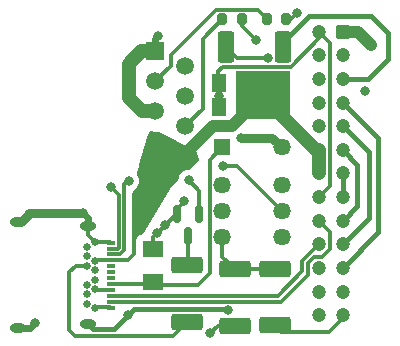
<source format=gbr>
%TF.GenerationSoftware,KiCad,Pcbnew,(6.0.5-0)*%
%TF.CreationDate,2022-06-15T06:28:06+02:00*%
%TF.ProjectId,Relay,52656c61-792e-46b6-9963-61645f706362,rev?*%
%TF.SameCoordinates,Original*%
%TF.FileFunction,Copper,L1,Top*%
%TF.FilePolarity,Positive*%
%FSLAX46Y46*%
G04 Gerber Fmt 4.6, Leading zero omitted, Abs format (unit mm)*
G04 Created by KiCad (PCBNEW (6.0.5-0)) date 2022-06-15 06:28:06*
%MOMM*%
%LPD*%
G01*
G04 APERTURE LIST*
G04 Aperture macros list*
%AMRoundRect*
0 Rectangle with rounded corners*
0 $1 Rounding radius*
0 $2 $3 $4 $5 $6 $7 $8 $9 X,Y pos of 4 corners*
0 Add a 4 corners polygon primitive as box body*
4,1,4,$2,$3,$4,$5,$6,$7,$8,$9,$2,$3,0*
0 Add four circle primitives for the rounded corners*
1,1,$1+$1,$2,$3*
1,1,$1+$1,$4,$5*
1,1,$1+$1,$6,$7*
1,1,$1+$1,$8,$9*
0 Add four rect primitives between the rounded corners*
20,1,$1+$1,$2,$3,$4,$5,0*
20,1,$1+$1,$4,$5,$6,$7,0*
20,1,$1+$1,$6,$7,$8,$9,0*
20,1,$1+$1,$8,$9,$2,$3,0*%
G04 Aperture macros list end*
%TA.AperFunction,SMDPad,CuDef*%
%ADD10R,1.800000X1.340000*%
%TD*%
%TA.AperFunction,SMDPad,CuDef*%
%ADD11RoundRect,0.249999X-1.075001X0.450001X-1.075001X-0.450001X1.075001X-0.450001X1.075001X0.450001X0*%
%TD*%
%TA.AperFunction,SMDPad,CuDef*%
%ADD12RoundRect,0.200000X0.200000X0.275000X-0.200000X0.275000X-0.200000X-0.275000X0.200000X-0.275000X0*%
%TD*%
%TA.AperFunction,ComponentPad*%
%ADD13R,1.500000X1.500000*%
%TD*%
%TA.AperFunction,ComponentPad*%
%ADD14C,1.500000*%
%TD*%
%TA.AperFunction,SMDPad,CuDef*%
%ADD15RoundRect,0.150000X-0.150000X0.587500X-0.150000X-0.587500X0.150000X-0.587500X0.150000X0.587500X0*%
%TD*%
%TA.AperFunction,SMDPad,CuDef*%
%ADD16R,1.200000X1.500000*%
%TD*%
%TA.AperFunction,SMDPad,CuDef*%
%ADD17R,4.650000X4.150000*%
%TD*%
%TA.AperFunction,ComponentPad*%
%ADD18RoundRect,0.250000X-0.350000X0.350000X-0.350000X-0.350000X0.350000X-0.350000X0.350000X0.350000X0*%
%TD*%
%TA.AperFunction,ComponentPad*%
%ADD19C,1.200000*%
%TD*%
%TA.AperFunction,SMDPad,CuDef*%
%ADD20R,0.700000X0.300000*%
%TD*%
%TA.AperFunction,ComponentPad*%
%ADD21C,0.650000*%
%TD*%
%TA.AperFunction,ComponentPad*%
%ADD22O,1.400000X0.800000*%
%TD*%
%TA.AperFunction,ComponentPad*%
%ADD23R,1.458000X1.458000*%
%TD*%
%TA.AperFunction,ComponentPad*%
%ADD24C,1.458000*%
%TD*%
%TA.AperFunction,SMDPad,CuDef*%
%ADD25RoundRect,0.249999X0.450001X1.075001X-0.450001X1.075001X-0.450001X-1.075001X0.450001X-1.075001X0*%
%TD*%
%TA.AperFunction,ViaPad*%
%ADD26C,0.800000*%
%TD*%
%TA.AperFunction,ViaPad*%
%ADD27C,1.000000*%
%TD*%
%TA.AperFunction,Conductor*%
%ADD28C,0.300000*%
%TD*%
%TA.AperFunction,Conductor*%
%ADD29C,0.800000*%
%TD*%
%TA.AperFunction,Conductor*%
%ADD30C,1.200000*%
%TD*%
%TA.AperFunction,Conductor*%
%ADD31C,1.000000*%
%TD*%
%TA.AperFunction,Conductor*%
%ADD32C,0.250000*%
%TD*%
%TA.AperFunction,Conductor*%
%ADD33C,0.600000*%
%TD*%
%TA.AperFunction,Conductor*%
%ADD34C,0.400000*%
%TD*%
G04 APERTURE END LIST*
D10*
%TO.P,D1,A*%
%TO.N,GND*%
X160075000Y-72945000D03*
%TO.P,D1,C*%
%TO.N,SBU1*%
X160075000Y-75805000D03*
%TD*%
D11*
%TO.P,R8,1*%
%TO.N,Relay_4*%
X170410000Y-74650000D03*
%TO.P,R8,2*%
%TO.N,Net-(J1-Pad25)*%
X170410000Y-79450000D03*
%TD*%
%TO.P,R7,1*%
%TO.N,Relay_4*%
X167020000Y-74680000D03*
%TO.P,R7,2*%
%TO.N,CAN2_L*%
X167020000Y-79480000D03*
%TD*%
D12*
%TO.P,R6,1*%
%TO.N,CAN0_H*%
X167625000Y-53550000D03*
%TO.P,R6,2*%
%TO.N,Net-(J3-Pad6)*%
X165975000Y-53550000D03*
%TD*%
D13*
%TO.P,J3,1*%
%TO.N,GND*%
X160300000Y-56257500D03*
D14*
%TO.P,J3,2*%
%TO.N,CAN3_L*%
X162840000Y-57527500D03*
%TO.P,J3,3*%
%TO.N,Net-(J3-Pad3)*%
X160300000Y-58797500D03*
%TO.P,J3,4*%
%TO.N,CAN3_H*%
X162840000Y-60067500D03*
%TO.P,J3,5*%
%TO.N,GND*%
X160300000Y-61337500D03*
%TO.P,J3,6*%
%TO.N,Net-(J3-Pad6)*%
X162840000Y-62607500D03*
%TO.P,J3,7*%
%TO.N,+12V*%
X160300000Y-63877500D03*
%TO.P,J3,8*%
X162840000Y-65147500D03*
%TD*%
D15*
%TO.P,Q1,1,B*%
%TO.N,IGN*%
X164025000Y-70012500D03*
%TO.P,Q1,2,E*%
%TO.N,GND*%
X162125000Y-70012500D03*
%TO.P,Q1,3,C*%
%TO.N,Net-(R4-Pad1)*%
X163075000Y-71887500D03*
%TD*%
D12*
%TO.P,R5,1*%
%TO.N,CAN0_L*%
X171375000Y-53475000D03*
%TO.P,R5,2*%
%TO.N,Net-(J3-Pad3)*%
X169725000Y-53475000D03*
%TD*%
D16*
%TO.P,CR1,1*%
%TO.N,IGN*%
X165660000Y-60925000D03*
%TO.P,CR1,2*%
X165660000Y-58955000D03*
D17*
%TO.P,CR1,3*%
%TO.N,+12V*%
X169410000Y-59940000D03*
%TD*%
D18*
%TO.P,J1,1,Pin_1*%
%TO.N,GND*%
X176150000Y-54592500D03*
D19*
%TO.P,J1,2,Pin_2*%
%TO.N,IGN*%
X174150000Y-54592500D03*
%TO.P,J1,3,Pin_3*%
%TO.N,CAN0_H*%
X176150000Y-56592500D03*
%TO.P,J1,4,Pin_4*%
X174150000Y-56592500D03*
%TO.P,J1,5,Pin_5*%
%TO.N,Net-(J1-Pad5)*%
X176150000Y-58592500D03*
%TO.P,J1,6,Pin_6*%
%TO.N,CAN0_L*%
X174150000Y-58592500D03*
%TO.P,J1,7,Pin_7*%
%TO.N,Net-(J1-Pad21)*%
X176150000Y-60592500D03*
%TO.P,J1,8,Pin_8*%
%TO.N,CAN1_H*%
X174150000Y-60592500D03*
%TO.P,J1,9,Pin_9*%
%TO.N,Net-(J1-Pad19)*%
X176150000Y-62592500D03*
%TO.P,J1,10,Pin_10*%
%TO.N,CAN1_L*%
X174150000Y-62592500D03*
%TO.P,J1,11,Pin_11*%
%TO.N,Net-(J1-Pad11)*%
X176150000Y-64592500D03*
%TO.P,J1,12,Pin_12*%
%TO.N,+12V*%
X174150000Y-64592500D03*
%TO.P,J1,13,Pin_13*%
%TO.N,Net-(J1-Pad13)*%
X176150000Y-66592500D03*
%TO.P,J1,14,Pin_14*%
%TO.N,+12V*%
X174150000Y-66592500D03*
%TO.P,J1,15,Pin_15*%
%TO.N,Net-(J1-Pad13)*%
X176150000Y-68592500D03*
%TO.P,J1,16,Pin_16*%
%TO.N,IGN*%
X174150000Y-68592500D03*
%TO.P,J1,17,Pin_17*%
%TO.N,Net-(J1-Pad11)*%
X176150000Y-70592500D03*
%TO.P,J1,18,Pin_18*%
%TO.N,CAN1_H*%
X174150000Y-70592500D03*
%TO.P,J1,19,Pin_19*%
%TO.N,Net-(J1-Pad19)*%
X176150000Y-72592500D03*
%TO.P,J1,20,Pin_20*%
%TO.N,CAN1_L*%
X174150000Y-72592500D03*
%TO.P,J1,21,Pin_21*%
%TO.N,Net-(J1-Pad21)*%
X176150000Y-74592500D03*
%TO.P,J1,22,Pin_22*%
%TO.N,CAN2_H*%
X174150000Y-74592500D03*
%TO.P,J1,23,Pin_23*%
%TO.N,CAN2_L*%
X176150000Y-76592500D03*
%TO.P,J1,24,Pin_24*%
X174150000Y-76592500D03*
%TO.P,J1,25,Pin_25*%
%TO.N,Net-(J1-Pad25)*%
X176150000Y-78592500D03*
%TO.P,J1,26,Pin_26*%
%TO.N,GND*%
X174150000Y-78592500D03*
%TD*%
D11*
%TO.P,R4,1*%
%TO.N,Net-(R4-Pad1)*%
X163000000Y-74325000D03*
%TO.P,R4,2*%
%TO.N,SBU2*%
X163000000Y-79125000D03*
%TD*%
D20*
%TO.P,J2,A1,GND*%
%TO.N,GND*%
X156510000Y-72450000D03*
%TO.P,J2,A2,TX1+*%
%TO.N,CAN0_H*%
X156510000Y-72950000D03*
%TO.P,J2,A3,TX1-*%
%TO.N,CAN0_L*%
X156510000Y-73450000D03*
%TO.P,J2,A4,VBUS*%
%TO.N,+12V*%
X156510000Y-73950000D03*
%TO.P,J2,A5,CC1*%
%TO.N,unconnected-(J2-PadA5)*%
X156510000Y-74450000D03*
%TO.P,J2,A6,D+*%
%TO.N,unconnected-(J2-PadA6)*%
X156510000Y-74950000D03*
%TO.P,J2,A7,D-*%
%TO.N,unconnected-(J2-PadA7)*%
X156510000Y-75450000D03*
%TO.P,J2,A8,SBU1*%
%TO.N,SBU1*%
X156510000Y-75950000D03*
%TO.P,J2,A9,VBUS*%
%TO.N,+12V*%
X156510000Y-76450000D03*
%TO.P,J2,A10,RX2-*%
%TO.N,CAN1_L*%
X156510000Y-76950000D03*
%TO.P,J2,A11,RX2+*%
%TO.N,CAN1_H*%
X156510000Y-77450000D03*
%TO.P,J2,A12,GND*%
%TO.N,GND*%
X156510000Y-77950000D03*
D21*
%TO.P,J2,B1,GND*%
X155200000Y-78000000D03*
%TO.P,J2,B2,TX2+*%
%TO.N,CAN2_H*%
X154500000Y-77600000D03*
%TO.P,J2,B3,TX2-*%
%TO.N,CAN2_L*%
X154500000Y-76800000D03*
%TO.P,J2,B4,VBUS*%
%TO.N,+12V*%
X155200000Y-76400000D03*
%TO.P,J2,B5,CC2*%
%TO.N,unconnected-(J2-PadB5)*%
X154500000Y-76000000D03*
%TO.P,J2,B6,D+*%
%TO.N,unconnected-(J2-PadB6)*%
X155200000Y-75600000D03*
%TO.P,J2,B7,D-*%
%TO.N,unconnected-(J2-PadB7)*%
X155200000Y-74800000D03*
%TO.P,J2,B8,SBU2*%
%TO.N,SBU2*%
X154500000Y-74400000D03*
%TO.P,J2,B9,VBUS*%
%TO.N,+12V*%
X155200000Y-74000000D03*
%TO.P,J2,B10,RX1-*%
%TO.N,CAN3_L*%
X154500000Y-73600000D03*
%TO.P,J2,B11,RX1+*%
%TO.N,CAN3_H*%
X154500000Y-72800000D03*
%TO.P,J2,B12,GND*%
%TO.N,GND*%
X155200000Y-72400000D03*
D22*
%TO.P,J2,S1,SHIELD*%
X148650000Y-70710000D03*
X148650000Y-79690000D03*
X154600000Y-71070000D03*
X154600000Y-79330000D03*
%TD*%
D23*
%TO.P,K1,1*%
%TO.N,SBU1*%
X165974500Y-64390000D03*
D24*
%TO.P,K1,2*%
%TO.N,CAN0_H*%
X165974500Y-67590000D03*
%TO.P,K1,3*%
%TO.N,CAN2_H*%
X165974500Y-69790000D03*
%TO.P,K1,4*%
%TO.N,Relay_4*%
X165974500Y-71990000D03*
%TO.P,K1,5*%
%TO.N,Relay_5*%
X171054500Y-71990000D03*
%TO.P,K1,6*%
%TO.N,CAN0_L*%
X171054500Y-69790000D03*
%TO.P,K1,7*%
%TO.N,CAN2_L*%
X171054500Y-67590000D03*
%TO.P,K1,8*%
%TO.N,GND*%
X171054500Y-64390000D03*
%TD*%
D25*
%TO.P,R1,1*%
%TO.N,Net-(J1-Pad5)*%
X171075000Y-55875000D03*
%TO.P,R1,2*%
%TO.N,Relay_5*%
X166275000Y-55875000D03*
%TD*%
D26*
%TO.N,GND*%
X150075000Y-79275000D03*
X161143750Y-70993750D03*
X160425000Y-71600000D03*
X178025000Y-59575000D03*
X160550000Y-54975000D03*
X154200000Y-69950000D03*
X157975000Y-78575000D03*
X149575000Y-70025000D03*
X167550000Y-63550000D03*
X166425000Y-78175000D03*
X162725000Y-68925000D03*
D27*
X178525000Y-55675000D03*
D26*
%TO.N,IGN*%
X165660000Y-60040000D03*
X163150000Y-67175000D03*
%TO.N,CAN0_H*%
X168800000Y-55275000D03*
X156525000Y-67775000D03*
%TO.N,CAN0_L*%
X166000000Y-65975000D03*
X158025000Y-67225000D03*
X172275000Y-53000000D03*
%TO.N,CAN2_L*%
X164950000Y-80100000D03*
%TO.N,Relay_5*%
X169800500Y-56815989D03*
%TD*%
D28*
%TO.N,SBU1*%
X156510000Y-75950000D02*
X159930000Y-75950000D01*
X165974500Y-64390000D02*
X164920989Y-65443511D01*
X163870000Y-76030000D02*
X160300000Y-76030000D01*
X164920989Y-74979011D02*
X163870000Y-76030000D01*
X164920989Y-65443511D02*
X164920989Y-74979011D01*
X159930000Y-75950000D02*
X160075000Y-75805000D01*
X160300000Y-76030000D02*
X160075000Y-75805000D01*
D29*
%TO.N,GND*%
X149650000Y-69950000D02*
X154200000Y-69950000D01*
X171054500Y-64390000D02*
X170214500Y-63550000D01*
D30*
X158025000Y-60200000D02*
X159162500Y-61337500D01*
D31*
X177442500Y-54592500D02*
X176150000Y-54592500D01*
D28*
X160425000Y-71600000D02*
X160075000Y-71950000D01*
D32*
X162125000Y-69525000D02*
X162125000Y-70012500D01*
D33*
X160550000Y-54975000D02*
X160300000Y-55225000D01*
D28*
X160425000Y-71600000D02*
X160537500Y-71600000D01*
D34*
X166275000Y-78025000D02*
X166425000Y-78175000D01*
D29*
X170214500Y-63550000D02*
X167550000Y-63550000D01*
D28*
X155274520Y-77925480D02*
X155200000Y-78000000D01*
D30*
X160300000Y-56257500D02*
X159117500Y-56257500D01*
X159162500Y-61337500D02*
X160300000Y-61337500D01*
D29*
X149575000Y-70025000D02*
X148890000Y-70710000D01*
D34*
X157975000Y-78575000D02*
X156825480Y-79724520D01*
D28*
X154600000Y-71800000D02*
X154600000Y-71070000D01*
D34*
X154994520Y-79724520D02*
X154600000Y-79330000D01*
D33*
X154600000Y-71070000D02*
X154600000Y-70350000D01*
D28*
X155200000Y-72400000D02*
X156460000Y-72400000D01*
X155200000Y-72400000D02*
X154600000Y-71800000D01*
D33*
X160300000Y-55225000D02*
X160300000Y-56257500D01*
D28*
X156510000Y-77950000D02*
X156485480Y-77925480D01*
D34*
X158525000Y-78025000D02*
X166275000Y-78025000D01*
X157975000Y-78575000D02*
X158525000Y-78025000D01*
D28*
X156485480Y-77925480D02*
X155274520Y-77925480D01*
X156460000Y-72400000D02*
X156510000Y-72450000D01*
D30*
X158025000Y-57350000D02*
X158025000Y-60200000D01*
X159117500Y-56257500D02*
X158025000Y-57350000D01*
D32*
X162725000Y-68925000D02*
X162125000Y-69525000D01*
D28*
X160537500Y-71600000D02*
X161143750Y-70993750D01*
X148890000Y-70710000D02*
X148650000Y-70710000D01*
D33*
X148650000Y-79690000D02*
X149660000Y-79690000D01*
D28*
X161143750Y-70993750D02*
X162125000Y-70012500D01*
D29*
X149575000Y-70025000D02*
X149650000Y-69950000D01*
D33*
X149660000Y-79690000D02*
X150075000Y-79275000D01*
X154600000Y-70350000D02*
X154200000Y-69950000D01*
D31*
X178525000Y-55675000D02*
X177442500Y-54592500D01*
D34*
X156825480Y-79724520D02*
X154994520Y-79724520D01*
D28*
X160075000Y-71950000D02*
X160075000Y-72945000D01*
%TO.N,IGN*%
X175074511Y-55517011D02*
X174150000Y-54592500D01*
X171747005Y-57540489D02*
X165984511Y-57540489D01*
X174150000Y-68592500D02*
X175074511Y-67667989D01*
X164025000Y-68050000D02*
X164025000Y-70012500D01*
X174150000Y-54592500D02*
X174150000Y-55137494D01*
X165600000Y-57925000D02*
X165600000Y-58895000D01*
X174150000Y-55137494D02*
X171747005Y-57540489D01*
X165984511Y-57540489D02*
X165600000Y-57925000D01*
X165600000Y-58895000D02*
X165660000Y-58955000D01*
D34*
X165660000Y-60040000D02*
X165660000Y-60925000D01*
X165660000Y-60040000D02*
X165660000Y-58955000D01*
D28*
X175074511Y-67667989D02*
X175074511Y-55517011D01*
X163150000Y-67175000D02*
X164025000Y-68050000D01*
%TO.N,CAN0_H*%
X167625000Y-53550000D02*
X167625000Y-54100000D01*
X157160000Y-72950000D02*
X156510000Y-72950000D01*
X167625000Y-54100000D02*
X168800000Y-55275000D01*
X157200000Y-68450000D02*
X157200000Y-72910000D01*
X156525000Y-67775000D02*
X157200000Y-68450000D01*
X157200000Y-72910000D02*
X157160000Y-72950000D01*
D34*
%TO.N,Net-(J1-Pad5)*%
X178550000Y-53225000D02*
X173337500Y-53225000D01*
X171075000Y-55487500D02*
X171075000Y-55875000D01*
X180000000Y-54675000D02*
X178550000Y-53225000D01*
X173337500Y-53225000D02*
X171075000Y-55487500D01*
X176150000Y-58592500D02*
X178307500Y-58592500D01*
X178307500Y-58592500D02*
X180000000Y-56900000D01*
X180000000Y-56900000D02*
X180000000Y-54675000D01*
D28*
%TO.N,CAN0_L*%
X171800000Y-53475000D02*
X172275000Y-53000000D01*
X157674520Y-73106552D02*
X157331072Y-73450000D01*
X171054500Y-69790000D02*
X171040000Y-69790000D01*
X167225000Y-65975000D02*
X166000000Y-65975000D01*
X158025000Y-67225000D02*
X157924040Y-67225000D01*
X157331072Y-73450000D02*
X156510000Y-73450000D01*
X157674520Y-67474520D02*
X157674520Y-73106552D01*
X171375000Y-53475000D02*
X171800000Y-53475000D01*
X171040000Y-69790000D02*
X167225000Y-65975000D01*
X157924040Y-67225000D02*
X157674520Y-67474520D01*
D34*
%TO.N,Net-(J1-Pad21)*%
X176150000Y-60592500D02*
X179175000Y-63617500D01*
X179175000Y-71567500D02*
X176150000Y-74592500D01*
X179175000Y-63617500D02*
X179175000Y-71567500D01*
D28*
%TO.N,CAN1_H*%
X156510000Y-77450000D02*
X170925000Y-77450000D01*
X174381968Y-73667989D02*
X175074511Y-72975446D01*
X173225489Y-74209554D02*
X173767054Y-73667989D01*
X175074511Y-71517011D02*
X174150000Y-70592500D01*
X173767054Y-73667989D02*
X174381968Y-73667989D01*
X175074511Y-72975446D02*
X175074511Y-71517011D01*
X170925000Y-77450000D02*
X173225489Y-75149511D01*
X173225489Y-75149511D02*
X173225489Y-74209554D01*
D34*
%TO.N,Net-(J1-Pad19)*%
X176150000Y-62592500D02*
X178350000Y-64792500D01*
X178350000Y-64792500D02*
X178350000Y-70392500D01*
X178350000Y-70392500D02*
X176150000Y-72592500D01*
D28*
%TO.N,CAN1_L*%
X172750970Y-73991530D02*
X174150000Y-72592500D01*
X156510000Y-76950000D02*
X170675000Y-76950000D01*
X170675000Y-76950000D02*
X172750970Y-74874030D01*
X172750970Y-74874030D02*
X172750970Y-73991530D01*
D34*
%TO.N,Net-(J1-Pad11)*%
X177400000Y-69342500D02*
X177400000Y-65842500D01*
X177400000Y-65842500D02*
X176150000Y-64592500D01*
X176150000Y-70592500D02*
X177400000Y-69342500D01*
D31*
%TO.N,+12V*%
X162890000Y-64835000D02*
X162840000Y-64835000D01*
D28*
X158000000Y-73950000D02*
X158500000Y-73450000D01*
X155200000Y-76400000D02*
X155250000Y-76450000D01*
D31*
X169410000Y-59940000D02*
X166775000Y-62575000D01*
D34*
X162840000Y-64835000D02*
X162840000Y-65147500D01*
D30*
X161822500Y-65147500D02*
X162840000Y-65147500D01*
D28*
X155250000Y-76450000D02*
X156510000Y-76450000D01*
D34*
X169497500Y-59940000D02*
X169410000Y-59940000D01*
D31*
X166775000Y-62575000D02*
X165150000Y-62575000D01*
D28*
X159225000Y-68425000D02*
X159225000Y-66000000D01*
X155200000Y-76400000D02*
X155318548Y-76400000D01*
D30*
X173892500Y-64592500D02*
X169672500Y-60372500D01*
D28*
X155250000Y-73950000D02*
X156510000Y-73950000D01*
D30*
X160552500Y-63877500D02*
X161822500Y-65147500D01*
X169672500Y-60372500D02*
X169497500Y-60372500D01*
D28*
X156510000Y-73950000D02*
X158000000Y-73950000D01*
X160300000Y-64925000D02*
X160300000Y-63877500D01*
D30*
X174150000Y-64592500D02*
X173892500Y-64592500D01*
D28*
X155200000Y-74000000D02*
X155250000Y-73950000D01*
D30*
X160300000Y-63877500D02*
X160552500Y-63877500D01*
D28*
X159225000Y-66000000D02*
X160300000Y-64925000D01*
X158500000Y-69150000D02*
X159225000Y-68425000D01*
D31*
X165150000Y-62575000D02*
X162890000Y-64835000D01*
X169497500Y-60372500D02*
X169497500Y-59940000D01*
D28*
X158500000Y-73450000D02*
X158500000Y-69150000D01*
D30*
X174150000Y-66592500D02*
X174150000Y-64592500D01*
D34*
%TO.N,Net-(J1-Pad13)*%
X176150000Y-68592500D02*
X176150000Y-66592500D01*
D28*
%TO.N,CAN2_L*%
X165570000Y-79480000D02*
X167020000Y-79480000D01*
X164950000Y-80100000D02*
X165570000Y-79480000D01*
%TO.N,SBU2*%
X163000000Y-79125000D02*
X161800000Y-80325000D01*
X161800000Y-80325000D02*
X153490040Y-80325000D01*
X153025000Y-74975000D02*
X153600000Y-74400000D01*
X153025000Y-79859960D02*
X153025000Y-74975000D01*
X153600000Y-74400000D02*
X154500000Y-74400000D01*
X153490040Y-80325000D02*
X153025000Y-79859960D01*
%TO.N,Net-(J3-Pad3)*%
X161625000Y-56558217D02*
X165433217Y-52750000D01*
X160300000Y-58375000D02*
X160300000Y-58797500D01*
X161625000Y-57472500D02*
X161625000Y-56558217D01*
X165433217Y-52750000D02*
X169000000Y-52750000D01*
X169000000Y-52750000D02*
X169725000Y-53475000D01*
X160300000Y-58797500D02*
X161625000Y-57472500D01*
%TO.N,Net-(J3-Pad6)*%
X164350000Y-61097500D02*
X162840000Y-62607500D01*
X164350000Y-55175000D02*
X164350000Y-61097500D01*
X165975000Y-53550000D02*
X164350000Y-55175000D01*
%TO.N,Relay_4*%
X170380000Y-74680000D02*
X170410000Y-74650000D01*
X167020000Y-74680000D02*
X170380000Y-74680000D01*
X165974500Y-73634500D02*
X167020000Y-74680000D01*
X165974500Y-71990000D02*
X165974500Y-73634500D01*
%TO.N,Net-(J1-Pad25)*%
X176150000Y-78592500D02*
X176150000Y-78850000D01*
X176150000Y-78850000D02*
X175000000Y-80000000D01*
X175000000Y-80000000D02*
X170960000Y-80000000D01*
X170960000Y-80000000D02*
X170410000Y-79450000D01*
%TO.N,Relay_5*%
X169784511Y-56800000D02*
X167200000Y-56800000D01*
X169800500Y-56815989D02*
X169784511Y-56800000D01*
X167200000Y-56800000D02*
X166275000Y-55875000D01*
%TO.N,Net-(R4-Pad1)*%
X163075000Y-74250000D02*
X163000000Y-74325000D01*
X163075000Y-71887500D02*
X163075000Y-74250000D01*
%TD*%
%TA.AperFunction,Conductor*%
%TO.N,+12V*%
G36*
X160415331Y-63083706D02*
G01*
X160576144Y-63097895D01*
X160621418Y-63110709D01*
X163700146Y-64650073D01*
X163752130Y-64698428D01*
X163765091Y-64728657D01*
X163954678Y-65402745D01*
X163953866Y-65473737D01*
X163921138Y-65527276D01*
X163196150Y-66230917D01*
X163133337Y-66264007D01*
X163108396Y-66266500D01*
X163054513Y-66266500D01*
X163048061Y-66267872D01*
X163048056Y-66267872D01*
X162961113Y-66286353D01*
X162867712Y-66306206D01*
X162861682Y-66308891D01*
X162861681Y-66308891D01*
X162699278Y-66381197D01*
X162699276Y-66381198D01*
X162693248Y-66383882D01*
X162538747Y-66496134D01*
X162410960Y-66638056D01*
X162315473Y-66803444D01*
X162256458Y-66985072D01*
X162243132Y-67111869D01*
X162242756Y-67115443D01*
X162215743Y-67181100D01*
X162205205Y-67192684D01*
X161743064Y-67641218D01*
X161738995Y-67647765D01*
X161738995Y-67647766D01*
X159215843Y-71708221D01*
X159162900Y-71755524D01*
X159122429Y-71766982D01*
X159072540Y-71772401D01*
X159072536Y-71772402D01*
X159064684Y-71773255D01*
X158928295Y-71824385D01*
X158811739Y-71911739D01*
X158724385Y-72028295D01*
X158673255Y-72164684D01*
X158666500Y-72226866D01*
X158666500Y-72556309D01*
X158647521Y-72622811D01*
X158566041Y-72753935D01*
X158513098Y-72801238D01*
X158442985Y-72812409D01*
X158377964Y-72783900D01*
X158338677Y-72724764D01*
X158333020Y-72687433D01*
X158333020Y-68457084D01*
X158335965Y-68430002D01*
X158407433Y-68105261D01*
X158441609Y-68043032D01*
X158470607Y-68023157D01*
X158470000Y-68022106D01*
X158475720Y-68018803D01*
X158481752Y-68016118D01*
X158636253Y-67903866D01*
X158681273Y-67853866D01*
X158759621Y-67766852D01*
X158759622Y-67766851D01*
X158764040Y-67761944D01*
X158859527Y-67596556D01*
X158918542Y-67414928D01*
X158938504Y-67225000D01*
X158937814Y-67218435D01*
X158919232Y-67041635D01*
X158919232Y-67041633D01*
X158918542Y-67035072D01*
X158859527Y-66853444D01*
X158834288Y-66809729D01*
X158767344Y-66693778D01*
X158767342Y-66693775D01*
X158764040Y-66688056D01*
X158762314Y-66686139D01*
X158738959Y-66620678D01*
X158741699Y-66586405D01*
X158802774Y-66308891D01*
X158887822Y-65922445D01*
X158890112Y-65913585D01*
X159005111Y-65527276D01*
X159266241Y-64650073D01*
X159720647Y-63123606D01*
X159759254Y-63064023D01*
X159823944Y-63034771D01*
X159852485Y-63034043D01*
X160415331Y-63083706D01*
G37*
%TD.AperFunction*%
%TD*%
M02*

</source>
